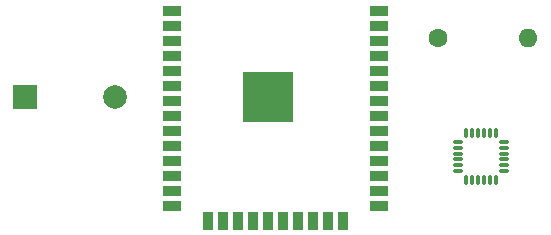
<source format=gts>
G04 #@! TF.GenerationSoftware,KiCad,Pcbnew,8.0.8*
G04 #@! TF.CreationDate,2025-05-02T10:21:31-04:00*
G04 #@! TF.ProjectId,esp32,65737033-322e-46b6-9963-61645f706362,rev?*
G04 #@! TF.SameCoordinates,Original*
G04 #@! TF.FileFunction,Soldermask,Top*
G04 #@! TF.FilePolarity,Negative*
%FSLAX46Y46*%
G04 Gerber Fmt 4.6, Leading zero omitted, Abs format (unit mm)*
G04 Created by KiCad (PCBNEW 8.0.8) date 2025-05-02 10:21:31*
%MOMM*%
%LPD*%
G01*
G04 APERTURE LIST*
G04 Aperture macros list*
%AMRoundRect*
0 Rectangle with rounded corners*
0 $1 Rounding radius*
0 $2 $3 $4 $5 $6 $7 $8 $9 X,Y pos of 4 corners*
0 Add a 4 corners polygon primitive as box body*
4,1,4,$2,$3,$4,$5,$6,$7,$8,$9,$2,$3,0*
0 Add four circle primitives for the rounded corners*
1,1,$1+$1,$2,$3*
1,1,$1+$1,$4,$5*
1,1,$1+$1,$6,$7*
1,1,$1+$1,$8,$9*
0 Add four rect primitives between the rounded corners*
20,1,$1+$1,$2,$3,$4,$5,0*
20,1,$1+$1,$4,$5,$6,$7,0*
20,1,$1+$1,$6,$7,$8,$9,0*
20,1,$1+$1,$8,$9,$2,$3,0*%
G04 Aperture macros list end*
%ADD10R,2.000000X2.000000*%
%ADD11C,2.000000*%
%ADD12RoundRect,0.075000X-0.350000X-0.075000X0.350000X-0.075000X0.350000X0.075000X-0.350000X0.075000X0*%
%ADD13RoundRect,0.075000X0.075000X-0.350000X0.075000X0.350000X-0.075000X0.350000X-0.075000X-0.350000X0*%
%ADD14R,1.500000X0.900000*%
%ADD15R,0.900000X1.500000*%
%ADD16C,0.600000*%
%ADD17R,4.200000X4.200000*%
%ADD18C,1.600000*%
%ADD19O,1.600000X1.600000*%
G04 APERTURE END LIST*
D10*
X117200000Y-99000000D03*
D11*
X124800000Y-99000000D03*
D12*
X153850000Y-102750000D03*
X153850000Y-103250000D03*
X153850000Y-103750000D03*
X153850000Y-104250000D03*
X153850000Y-104750000D03*
X153850000Y-105250000D03*
D13*
X154550000Y-105950000D03*
X155050000Y-105950000D03*
X155550000Y-105950000D03*
X156050000Y-105950000D03*
X156550000Y-105950000D03*
X157050000Y-105950000D03*
D12*
X157750000Y-105250000D03*
X157750000Y-104750000D03*
X157750000Y-104250000D03*
X157750000Y-103750000D03*
X157750000Y-103250000D03*
X157750000Y-102750000D03*
D13*
X157050000Y-102050000D03*
X156550000Y-102050000D03*
X156050000Y-102050000D03*
X155550000Y-102050000D03*
X155050000Y-102050000D03*
X154550000Y-102050000D03*
D14*
X129692500Y-91660000D03*
X129692500Y-92930000D03*
X129692500Y-94200000D03*
X129692500Y-95470000D03*
X129692500Y-96740000D03*
X129692500Y-98010000D03*
X129692500Y-99280000D03*
X129692500Y-100550000D03*
X129692500Y-101820000D03*
X129692500Y-103090000D03*
X129692500Y-104360000D03*
X129692500Y-105630000D03*
X129692500Y-106900000D03*
X129692500Y-108170000D03*
D15*
X132732500Y-109420000D03*
X134002500Y-109420000D03*
X135272500Y-109420000D03*
X136542500Y-109420000D03*
X137812500Y-109420000D03*
X139082500Y-109420000D03*
X140352500Y-109420000D03*
X141622500Y-109420000D03*
X142892500Y-109420000D03*
X144162500Y-109420000D03*
D14*
X147192500Y-108170000D03*
X147192500Y-106900000D03*
X147192500Y-105630000D03*
X147192500Y-104360000D03*
X147192500Y-103090000D03*
X147192500Y-101820000D03*
X147192500Y-100550000D03*
X147192500Y-99280000D03*
X147192500Y-98010000D03*
X147192500Y-96740000D03*
X147192500Y-95470000D03*
X147192500Y-94200000D03*
X147192500Y-92930000D03*
X147192500Y-91660000D03*
D16*
X136237500Y-98237500D03*
X136237500Y-99762500D03*
X137000000Y-97475000D03*
X137000000Y-99000000D03*
X137000000Y-100525000D03*
X137762500Y-98237500D03*
D17*
X137762500Y-99000000D03*
D16*
X137762500Y-99762500D03*
X138525000Y-97475000D03*
X138525000Y-99000000D03*
X138525000Y-100525000D03*
X139287500Y-98237500D03*
X139287500Y-99762500D03*
D18*
X152190000Y-94000000D03*
D19*
X159810000Y-94000000D03*
M02*

</source>
